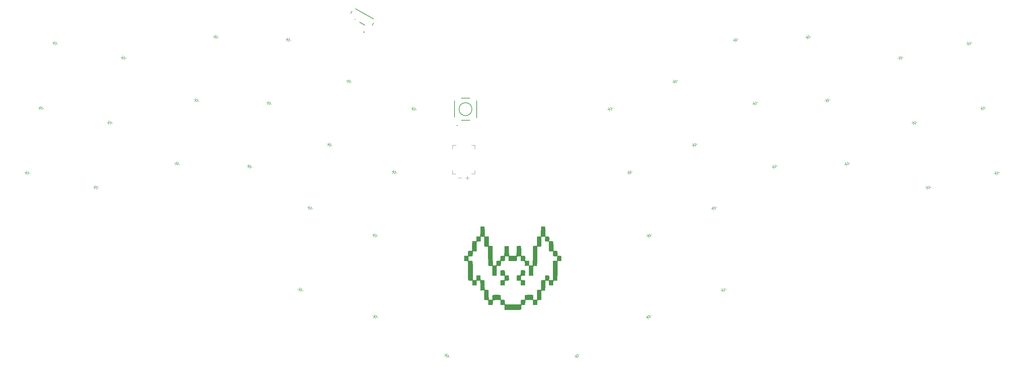
<source format=gbr>
%TF.GenerationSoftware,KiCad,Pcbnew,8.0.6*%
%TF.CreationDate,2025-05-14T19:15:18+02:00*%
%TF.ProjectId,main-rounded,6d61696e-2d72-46f7-956e-6465642e6b69,v1.0.0*%
%TF.SameCoordinates,Original*%
%TF.FileFunction,Legend,Top*%
%TF.FilePolarity,Positive*%
%FSLAX46Y46*%
G04 Gerber Fmt 4.6, Leading zero omitted, Abs format (unit mm)*
G04 Created by KiCad (PCBNEW 8.0.6) date 2025-05-14 19:15:18*
%MOMM*%
%LPD*%
G01*
G04 APERTURE LIST*
%ADD10C,0.000000*%
%ADD11C,0.100000*%
%ADD12C,0.127000*%
%ADD13C,0.200000*%
%ADD14C,0.120000*%
G04 APERTURE END LIST*
D10*
%TO.C,G\u002A\u002A\u002A*%
G36*
X182047984Y-147633243D02*
G01*
X182327643Y-147644478D01*
X182541189Y-147669865D01*
X182619484Y-147692973D01*
X182658606Y-147803368D01*
X182687226Y-148074220D01*
X182704771Y-148496943D01*
X182710667Y-149056663D01*
X182710667Y-150364000D01*
X183261000Y-150364000D01*
X183811333Y-150364000D01*
X183811333Y-151629960D01*
X183811333Y-152895920D01*
X184340500Y-152921126D01*
X184869667Y-152946333D01*
X184892035Y-155588958D01*
X184914403Y-158231583D01*
X185378868Y-158226035D01*
X185664310Y-158205859D01*
X185826931Y-158157689D01*
X185853072Y-158123410D01*
X185855566Y-157992033D01*
X185852225Y-157748501D01*
X185845362Y-157497167D01*
X185845937Y-157184888D01*
X185876584Y-157014008D01*
X185941457Y-156958551D01*
X186088703Y-156950782D01*
X186334767Y-156941702D01*
X186478333Y-156937385D01*
X186901667Y-156925667D01*
X186944000Y-156290667D01*
X186986333Y-155655667D01*
X187494333Y-155613333D01*
X188002333Y-155571000D01*
X188044667Y-154258667D01*
X188087000Y-152946333D01*
X188679667Y-152946333D01*
X189272333Y-152946333D01*
X189295663Y-154282501D01*
X189318993Y-155618670D01*
X190311663Y-155594835D01*
X191304333Y-155571000D01*
X191346667Y-154258667D01*
X191389000Y-152946333D01*
X191931624Y-152920777D01*
X192282430Y-152919868D01*
X192485124Y-152959250D01*
X192544160Y-153005444D01*
X192568895Y-153125604D01*
X192589966Y-153382170D01*
X192605662Y-153742225D01*
X192614270Y-154172854D01*
X192615370Y-154374984D01*
X192616667Y-155634302D01*
X193083661Y-155595575D01*
X193391115Y-155585607D01*
X193582343Y-155636488D01*
X193681233Y-155776470D01*
X193711673Y-156033803D01*
X193703550Y-156328675D01*
X193694278Y-156651462D01*
X193730151Y-156841864D01*
X193844678Y-156934807D01*
X194071366Y-156965217D01*
X194316925Y-156968000D01*
X194733333Y-156968000D01*
X194733333Y-157603508D01*
X194733333Y-158239016D01*
X195220167Y-158217341D01*
X195707000Y-158195667D01*
X195749333Y-155571000D01*
X195791667Y-152946333D01*
X196320833Y-152921126D01*
X196850000Y-152895920D01*
X196850000Y-151629960D01*
X196853760Y-151109789D01*
X196866050Y-150740563D01*
X196888384Y-150504039D01*
X196922276Y-150381975D01*
X196955833Y-150354596D01*
X197098125Y-150346864D01*
X197340693Y-150337797D01*
X197485000Y-150333430D01*
X197908333Y-150321667D01*
X197931650Y-148988166D01*
X197945340Y-148492278D01*
X197966515Y-148091126D01*
X197993444Y-147806653D01*
X198024396Y-147660805D01*
X198037483Y-147646200D01*
X198164938Y-147641276D01*
X198396992Y-147638223D01*
X198543333Y-147637733D01*
X198804999Y-147639323D01*
X198997099Y-147643368D01*
X199049183Y-147646200D01*
X199081258Y-147730608D01*
X199109999Y-147962397D01*
X199133678Y-148319623D01*
X199150562Y-148780341D01*
X199155017Y-148988166D01*
X199178333Y-150321667D01*
X199603856Y-150326108D01*
X199924087Y-150340795D01*
X200115504Y-150399208D01*
X200207916Y-150535233D01*
X200231130Y-150782757D01*
X200222723Y-151029628D01*
X200194333Y-151591667D01*
X200744667Y-151634000D01*
X201295000Y-151676333D01*
X201337333Y-152946333D01*
X201379667Y-154216333D01*
X201803000Y-154218991D01*
X202070575Y-154233051D01*
X202274137Y-154265801D01*
X202332167Y-154287488D01*
X202396083Y-154418472D01*
X202431137Y-154710075D01*
X202438000Y-154993814D01*
X202438000Y-155634302D01*
X202904994Y-155595575D01*
X203251463Y-155590194D01*
X203440694Y-155644404D01*
X203459194Y-155661926D01*
X203498714Y-155793819D01*
X203521285Y-156043001D01*
X203522496Y-156357891D01*
X203521367Y-156388668D01*
X203496333Y-157010333D01*
X202988333Y-157012035D01*
X202480333Y-157013736D01*
X202438000Y-159679035D01*
X202395667Y-162344333D01*
X201870129Y-162369446D01*
X201344592Y-162394558D01*
X201319796Y-163004446D01*
X201295000Y-163614333D01*
X200730383Y-163639211D01*
X200409623Y-163645031D01*
X200214729Y-163606749D01*
X200117289Y-163492727D01*
X200088889Y-163271326D01*
X200099756Y-162937000D01*
X200107117Y-162674686D01*
X200101310Y-162480822D01*
X200092974Y-162427443D01*
X199999581Y-162381491D01*
X199791048Y-162356750D01*
X199621300Y-162355833D01*
X199178333Y-162370446D01*
X199136000Y-163712056D01*
X199093667Y-165053667D01*
X198585667Y-165053667D01*
X198077667Y-165053667D01*
X198073533Y-166323667D01*
X198069399Y-167593667D01*
X197523199Y-167636000D01*
X196977000Y-167678333D01*
X196977000Y-168228667D01*
X196966980Y-168529836D01*
X196940858Y-168769152D01*
X196908503Y-168884833D01*
X196778447Y-168949467D01*
X196505104Y-168985017D01*
X196294670Y-168990667D01*
X195749333Y-168990667D01*
X195749333Y-168313333D01*
X195749333Y-167636000D01*
X194733333Y-167636000D01*
X193717333Y-167636000D01*
X193717333Y-168211733D01*
X193702481Y-168540592D01*
X193662532Y-168784540D01*
X193615733Y-168889066D01*
X193477771Y-168946849D01*
X193235823Y-168983653D01*
X193065400Y-168990667D01*
X192616667Y-168990667D01*
X192616667Y-169534075D01*
X192619882Y-169776637D01*
X192617087Y-169965630D01*
X192589625Y-170107691D01*
X192518834Y-170209457D01*
X192386055Y-170277563D01*
X192172630Y-170318648D01*
X191859899Y-170339346D01*
X191429202Y-170346295D01*
X190861880Y-170346132D01*
X190335719Y-170345333D01*
X189744688Y-170343224D01*
X189210217Y-170337285D01*
X188755432Y-170328102D01*
X188403458Y-170316257D01*
X188177423Y-170302335D01*
X188101111Y-170288889D01*
X188073528Y-170182117D01*
X188053421Y-169953305D01*
X188044752Y-169649710D01*
X188044667Y-169615595D01*
X188044667Y-168998747D01*
X187515500Y-168973540D01*
X186986333Y-168948333D01*
X186961557Y-168289511D01*
X186936781Y-167630688D01*
X185945557Y-167654511D01*
X184954333Y-167678333D01*
X184912000Y-168313333D01*
X184869667Y-168948333D01*
X184277000Y-168948333D01*
X183684333Y-168948333D01*
X183680432Y-168313333D01*
X183676531Y-167678333D01*
X183108932Y-167653298D01*
X182541333Y-167628263D01*
X182541333Y-166324462D01*
X182541333Y-165020661D01*
X182054500Y-165037164D01*
X181567667Y-165053667D01*
X181525333Y-163701590D01*
X181483000Y-162349513D01*
X181017333Y-162357963D01*
X180551667Y-162366413D01*
X180526870Y-163015325D01*
X180502074Y-163664238D01*
X179934204Y-163639286D01*
X179366333Y-163614333D01*
X179341457Y-163000500D01*
X179316581Y-162386667D01*
X178822658Y-162386667D01*
X178507498Y-162367768D01*
X178295225Y-162316334D01*
X178239194Y-162278778D01*
X178209834Y-162154729D01*
X178187561Y-161862565D01*
X178172404Y-161403357D01*
X178164393Y-160778176D01*
X178163558Y-159988093D01*
X178165327Y-159611756D01*
X178167489Y-158804472D01*
X178163309Y-158142667D01*
X178152923Y-157631446D01*
X178136469Y-157275916D01*
X178114084Y-157081182D01*
X178096333Y-157043241D01*
X177967541Y-157035573D01*
X177734561Y-157026565D01*
X177588333Y-157022096D01*
X177165000Y-157010333D01*
X177140476Y-156315960D01*
X177121641Y-155782667D01*
X178325941Y-155782667D01*
X178339118Y-156354167D01*
X178352295Y-156925667D01*
X178786738Y-156934292D01*
X178983304Y-156934895D01*
X179139655Y-156939616D01*
X179260331Y-156965818D01*
X179349872Y-157030866D01*
X179412817Y-157152125D01*
X179453706Y-157346957D01*
X179477080Y-157632726D01*
X179487476Y-158026798D01*
X179489436Y-158546536D01*
X179487499Y-159209303D01*
X179486468Y-159610721D01*
X179481976Y-162175000D01*
X179949686Y-162200283D01*
X180417395Y-162225567D01*
X180442198Y-161565283D01*
X180467000Y-160905000D01*
X181017333Y-160905000D01*
X181567667Y-160905000D01*
X181592324Y-161557217D01*
X181616981Y-162209434D01*
X182142657Y-162234550D01*
X182668333Y-162259667D01*
X182691684Y-163546850D01*
X182715034Y-164834033D01*
X183242017Y-164859183D01*
X183769000Y-164884333D01*
X183792316Y-166217833D01*
X183815633Y-167551333D01*
X184279150Y-167551333D01*
X184742667Y-167551333D01*
X184742667Y-166969033D01*
X184760989Y-166580028D01*
X184816837Y-166348814D01*
X184860405Y-166289020D01*
X185013684Y-166241373D01*
X185332914Y-166215558D01*
X185818942Y-166211523D01*
X186024571Y-166215153D01*
X187071000Y-166239000D01*
X187095657Y-166891217D01*
X187120314Y-167543434D01*
X187645990Y-167568550D01*
X188171667Y-167593667D01*
X188196542Y-168207500D01*
X188221418Y-168821333D01*
X190330667Y-168821333D01*
X192439915Y-168821333D01*
X192464791Y-168207500D01*
X192489667Y-167593667D01*
X193015343Y-167568550D01*
X193541019Y-167543434D01*
X193565676Y-166891217D01*
X193590333Y-166239000D01*
X194712167Y-166215376D01*
X195191515Y-166209148D01*
X195523022Y-166215117D01*
X195727846Y-166234864D01*
X195827147Y-166269972D01*
X195844989Y-166300042D01*
X195852188Y-166436897D01*
X195860047Y-166686176D01*
X195866156Y-166958667D01*
X195876333Y-167509000D01*
X196360995Y-167534327D01*
X196845658Y-167559654D01*
X196868995Y-166221994D01*
X196892333Y-164884333D01*
X197419316Y-164859183D01*
X197946299Y-164834033D01*
X197969649Y-163546850D01*
X197993000Y-162259667D01*
X198518676Y-162234550D01*
X199044352Y-162209434D01*
X199069009Y-161557217D01*
X199093667Y-160905000D01*
X199558310Y-160890184D01*
X199891751Y-160895259D01*
X200096366Y-160956649D01*
X200199749Y-161104665D01*
X200229497Y-161369614D01*
X200222383Y-161619579D01*
X200194333Y-162175000D01*
X200681167Y-162200392D01*
X201168000Y-162225784D01*
X201168000Y-159600760D01*
X201168000Y-156975737D01*
X201739500Y-156950702D01*
X202311000Y-156925667D01*
X202336080Y-156354167D01*
X202361160Y-155782667D01*
X201866180Y-155782667D01*
X201580355Y-155766195D01*
X201358034Y-155723650D01*
X201269600Y-155681067D01*
X201214187Y-155541493D01*
X201178187Y-155279116D01*
X201168000Y-155003733D01*
X201168000Y-154428000D01*
X200669178Y-154428000D01*
X200388699Y-154422609D01*
X200232274Y-154393841D01*
X200154687Y-154322806D01*
X200111859Y-154195167D01*
X200090019Y-154019828D01*
X200074714Y-153718704D01*
X200067431Y-153335266D01*
X200069109Y-152946333D01*
X200074561Y-152540135D01*
X200077683Y-152190550D01*
X200078240Y-151935474D01*
X200076095Y-151814016D01*
X200027774Y-151747493D01*
X199875323Y-151723692D01*
X199598071Y-151736613D01*
X199298239Y-151744362D01*
X199111647Y-151712799D01*
X199072359Y-151684190D01*
X199046930Y-151557816D01*
X199035150Y-151315683D01*
X199039265Y-151020759D01*
X199062622Y-150448667D01*
X198551248Y-150448667D01*
X198039874Y-150448667D01*
X198063811Y-151655167D01*
X198067662Y-152100558D01*
X198061772Y-152493369D01*
X198047351Y-152798542D01*
X198025608Y-152981022D01*
X198017095Y-153008212D01*
X197944201Y-153093205D01*
X197804671Y-153126780D01*
X197552724Y-153118057D01*
X197492444Y-153112750D01*
X197214062Y-153097841D01*
X197060302Y-153123734D01*
X196989757Y-153197956D01*
X196987070Y-153204622D01*
X196974164Y-153321001D01*
X196962931Y-153584134D01*
X196953755Y-153971446D01*
X196947024Y-154460363D01*
X196943121Y-155028311D01*
X196942433Y-155652714D01*
X196942764Y-155799734D01*
X196944787Y-156538538D01*
X196943734Y-157124959D01*
X196935994Y-157575951D01*
X196917954Y-157908463D01*
X196886002Y-158139446D01*
X196836526Y-158285853D01*
X196765914Y-158364633D01*
X196670554Y-158392737D01*
X196546834Y-158387118D01*
X196396037Y-158365439D01*
X196194405Y-158343894D01*
X196047773Y-158361675D01*
X195947410Y-158440643D01*
X195884583Y-158602654D01*
X195850561Y-158869566D01*
X195836612Y-159263239D01*
X195834000Y-159772367D01*
X195834000Y-161032000D01*
X195241333Y-161032000D01*
X194648667Y-161032000D01*
X194648667Y-159679968D01*
X194648667Y-158327937D01*
X194119500Y-158346468D01*
X193590333Y-158365000D01*
X193548000Y-157696081D01*
X193505667Y-157027161D01*
X192997667Y-157018747D01*
X192489667Y-157010333D01*
X192464708Y-156392388D01*
X192439749Y-155774442D01*
X191956708Y-155799721D01*
X191473667Y-155825000D01*
X191494657Y-156370445D01*
X191490365Y-156739765D01*
X191442758Y-156945459D01*
X191409990Y-156982982D01*
X191284629Y-157010177D01*
X191032857Y-157030699D01*
X190697482Y-157044181D01*
X190321310Y-157050256D01*
X189947145Y-157048556D01*
X189617795Y-157038713D01*
X189376066Y-157020361D01*
X189279258Y-157001275D01*
X189205825Y-156934477D01*
X189163989Y-156781706D01*
X189146839Y-156509021D01*
X189145333Y-156343500D01*
X189145333Y-155737118D01*
X188700833Y-155751644D01*
X188256333Y-155766171D01*
X188230869Y-156343578D01*
X188203287Y-156655525D01*
X188156321Y-156886760D01*
X188103869Y-156988477D01*
X187958498Y-157029677D01*
X187725629Y-157047078D01*
X187663667Y-157046466D01*
X187420055Y-157042200D01*
X187242815Y-157043591D01*
X187219167Y-157044815D01*
X187156427Y-157117450D01*
X187122056Y-157332831D01*
X187113333Y-157634966D01*
X187097984Y-158009406D01*
X187038444Y-158241287D01*
X186914469Y-158355682D01*
X186705818Y-158377662D01*
X186530588Y-158356766D01*
X186316092Y-158330294D01*
X186159585Y-158344030D01*
X186051957Y-158419436D01*
X185984095Y-158577975D01*
X185946889Y-158841110D01*
X185931228Y-159230303D01*
X185928000Y-159767017D01*
X185928000Y-159776235D01*
X185928000Y-161039737D01*
X185356500Y-161014702D01*
X184785000Y-160989667D01*
X184769428Y-159677333D01*
X184753856Y-158365000D01*
X184290727Y-158383475D01*
X183958438Y-158373631D01*
X183762555Y-158315070D01*
X183736081Y-158291677D01*
X183705241Y-158167932D01*
X183678696Y-157878399D01*
X183656595Y-157426572D01*
X183639090Y-156815945D01*
X183626331Y-156050012D01*
X183622115Y-155648535D01*
X183599667Y-153115667D01*
X183176333Y-153109220D01*
X182908706Y-153102654D01*
X182705134Y-153093221D01*
X182647167Y-153088053D01*
X182604318Y-153036934D01*
X182573757Y-152885343D01*
X182554046Y-152615290D01*
X182543753Y-152208785D01*
X182541333Y-151761000D01*
X182541333Y-150448667D01*
X182075667Y-150448667D01*
X181610000Y-150448667D01*
X181610000Y-151079626D01*
X181610000Y-151710586D01*
X181080833Y-151735793D01*
X180551667Y-151761000D01*
X180528350Y-153094500D01*
X180505033Y-154428000D01*
X179999183Y-154428000D01*
X179493333Y-154428000D01*
X179493333Y-155003733D01*
X179478481Y-155332592D01*
X179438532Y-155576540D01*
X179391733Y-155681067D01*
X179255556Y-155737017D01*
X179011942Y-155773918D01*
X178808037Y-155782667D01*
X178325941Y-155782667D01*
X177121641Y-155782667D01*
X177115952Y-155621588D01*
X177648476Y-155596294D01*
X178181000Y-155571000D01*
X178181000Y-154964854D01*
X178190264Y-154656232D01*
X178214636Y-154415051D01*
X178248986Y-154290540D01*
X178251577Y-154287521D01*
X178369430Y-154248474D01*
X178599153Y-154222617D01*
X178801910Y-154216333D01*
X179281667Y-154216333D01*
X179305038Y-152925166D01*
X179328410Y-151634000D01*
X179872977Y-151634000D01*
X180417544Y-151634000D01*
X180442272Y-150979349D01*
X180467000Y-150324699D01*
X180975000Y-150323183D01*
X181483000Y-150321667D01*
X181525333Y-148975766D01*
X181567667Y-147629866D01*
X182047984Y-147633243D01*
G37*
G36*
X188025687Y-159539033D02*
G01*
X188135895Y-159622248D01*
X188193222Y-159795171D01*
X188220509Y-160086897D01*
X188234540Y-160390580D01*
X188256333Y-160892160D01*
X188764333Y-160898580D01*
X189272333Y-160905000D01*
X189296884Y-161601037D01*
X189306639Y-161960765D01*
X189284128Y-162186021D01*
X189198082Y-162311093D01*
X189017230Y-162370268D01*
X188710302Y-162397835D01*
X188562141Y-162406672D01*
X188190616Y-162429000D01*
X188181141Y-163021667D01*
X188171667Y-163614333D01*
X187554348Y-163639279D01*
X186937029Y-163664226D01*
X186961681Y-162961946D01*
X186986333Y-162259667D01*
X187515500Y-162234460D01*
X188044667Y-162209253D01*
X188044667Y-161620626D01*
X188044667Y-161032000D01*
X187491037Y-161032000D01*
X186937407Y-161032000D01*
X186961870Y-160291167D01*
X186986333Y-159550333D01*
X187555264Y-159525357D01*
X187839756Y-159516433D01*
X188025687Y-159539033D01*
G37*
G36*
X193352714Y-159522183D02*
G01*
X193552990Y-159584589D01*
X193662426Y-159725004D01*
X193703925Y-159973212D01*
X193700393Y-160358999D01*
X193700034Y-160368002D01*
X193675000Y-160989667D01*
X193128499Y-161032000D01*
X192581999Y-161074333D01*
X192576348Y-161642406D01*
X192570698Y-162210478D01*
X193122849Y-162235072D01*
X193675000Y-162259667D01*
X193675000Y-162937000D01*
X193675000Y-163614333D01*
X193061167Y-163639209D01*
X192447333Y-163664085D01*
X192447333Y-163029416D01*
X192447333Y-162394747D01*
X191918167Y-162369540D01*
X191389000Y-162344333D01*
X191364449Y-161648296D01*
X191354616Y-161306132D01*
X191361064Y-161096389D01*
X191393207Y-160982294D01*
X191460455Y-160927076D01*
X191556513Y-160897891D01*
X191814530Y-160871724D01*
X191999031Y-160886708D01*
X192223660Y-160910196D01*
X192358632Y-160856190D01*
X192425729Y-160696681D01*
X192446732Y-160403659D01*
X192447333Y-160310199D01*
X192453397Y-159937979D01*
X192487161Y-159703348D01*
X192571987Y-159574615D01*
X192731235Y-159520093D01*
X192988264Y-159508092D01*
X193038691Y-159508000D01*
X193352714Y-159522183D01*
G37*
D11*
%TO.C,D14*%
X139905235Y-125177872D02*
X140287757Y-125294821D01*
X140287757Y-125294821D02*
X140126953Y-125820789D01*
X140287757Y-125294821D02*
X140448562Y-124768853D01*
X140287757Y-125294821D02*
X140978489Y-125087722D01*
X140744592Y-125852766D02*
X140287757Y-125294821D01*
X140861540Y-125470244D02*
X141339693Y-125616430D01*
X140978489Y-125087722D02*
X140744592Y-125852766D01*
%TO.C,D18*%
X162752973Y-115432059D02*
X163135495Y-115549008D01*
X163135495Y-115549008D02*
X162974691Y-116074976D01*
X163135495Y-115549008D02*
X163296300Y-115023040D01*
X163135495Y-115549008D02*
X163826227Y-115341909D01*
X163592330Y-116106953D02*
X163135495Y-115549008D01*
X163709278Y-115724431D02*
X164187431Y-115870617D01*
X163826227Y-115341909D02*
X163592330Y-116106953D01*
%TO.C,D32*%
X255264792Y-114323540D02*
X255647314Y-114206591D01*
X255647314Y-114206591D02*
X255486510Y-113680623D01*
X255647314Y-114206591D02*
X255808119Y-114732559D01*
X255647314Y-114206591D02*
X256104149Y-113648646D01*
X256104149Y-113648646D02*
X256338046Y-114413690D01*
X256221097Y-114031168D02*
X256699250Y-113884982D01*
X256338046Y-114413690D02*
X255647314Y-114206591D01*
%TO.C,D31*%
X260527483Y-131537025D02*
X260910005Y-131420076D01*
X260910005Y-131420076D02*
X260749201Y-130894108D01*
X260910005Y-131420076D02*
X261070810Y-131946044D01*
X260910005Y-131420076D02*
X261366840Y-130862131D01*
X261366840Y-130862131D02*
X261600737Y-131627175D01*
X261483788Y-131244653D02*
X261961941Y-131098467D01*
X261600737Y-131627175D02*
X260910005Y-131420076D01*
%TO.C,D11*%
X123489675Y-113884982D02*
X123872197Y-114001931D01*
X123872197Y-114001931D02*
X123711393Y-114527899D01*
X123872197Y-114001931D02*
X124033002Y-113475963D01*
X123872197Y-114001931D02*
X124562929Y-113794832D01*
X124329032Y-114559876D02*
X123872197Y-114001931D01*
X124445980Y-114177354D02*
X124924133Y-114323540D01*
X124562929Y-113794832D02*
X124329032Y-114559876D01*
%TO.C,D34*%
X244111923Y-142829916D02*
X244494445Y-142712967D01*
X244494445Y-142712967D02*
X244333641Y-142186999D01*
X244494445Y-142712967D02*
X244655250Y-143238935D01*
X244494445Y-142712967D02*
X244951280Y-142155022D01*
X244951280Y-142155022D02*
X245185177Y-142920066D01*
X245068228Y-142537544D02*
X245546381Y-142391358D01*
X245185177Y-142920066D02*
X244494445Y-142712967D01*
%TO.C,D6*%
X84063704Y-101643089D02*
X84454963Y-101726254D01*
X84454963Y-101726254D02*
X84340612Y-102264235D01*
X84454963Y-101726254D02*
X84569315Y-101188273D01*
X84454963Y-101726254D02*
X85125017Y-101459742D01*
X84958687Y-102242260D02*
X84454963Y-101726254D01*
X85041852Y-101851001D02*
X85530926Y-101954957D01*
X85125017Y-101459742D02*
X84958687Y-102242260D01*
%TO.C,D35*%
X238849232Y-125616430D02*
X239231754Y-125499481D01*
X239231754Y-125499481D02*
X239070950Y-124973513D01*
X239231754Y-125499481D02*
X239392559Y-126025449D01*
X239231754Y-125499481D02*
X239688589Y-124941536D01*
X239688589Y-124941536D02*
X239922486Y-125706580D01*
X239805537Y-125324058D02*
X240283690Y-125177872D01*
X239922486Y-125706580D02*
X239231754Y-125499481D01*
%TO.C,D7*%
X98595336Y-130324928D02*
X98977858Y-130441877D01*
X98977858Y-130441877D02*
X98817054Y-130967845D01*
X98977858Y-130441877D02*
X99138663Y-129915909D01*
X98977858Y-130441877D02*
X99668590Y-130234778D01*
X99434693Y-130999822D02*
X98977858Y-130441877D01*
X99551641Y-130617300D02*
X100029794Y-130763486D01*
X99668590Y-130234778D02*
X99434693Y-130999822D01*
%TO.C,D27*%
X294658000Y-101954957D02*
X295049259Y-101871792D01*
X295049259Y-101871792D02*
X294934908Y-101333811D01*
X295049259Y-101871792D02*
X295163611Y-102409773D01*
X295049259Y-101871792D02*
X295552983Y-101355786D01*
X295552983Y-101355786D02*
X295719313Y-102138304D01*
X295636148Y-101747045D02*
X296125222Y-101643089D01*
X295719313Y-102138304D02*
X295049259Y-101871792D01*
%TO.C,D5*%
X80321293Y-119249746D02*
X80712552Y-119332911D01*
X80712552Y-119332911D02*
X80598201Y-119870892D01*
X80712552Y-119332911D02*
X80826904Y-118794930D01*
X80712552Y-119332911D02*
X81382606Y-119066399D01*
X81216276Y-119848917D02*
X80712552Y-119332911D01*
X81299441Y-119457658D02*
X81788515Y-119561614D01*
X81382606Y-119066399D02*
X81216276Y-119848917D01*
%TO.C,D33*%
X250002101Y-97110054D02*
X250384623Y-96993105D01*
X250384623Y-96993105D02*
X250223819Y-96467137D01*
X250384623Y-96993105D02*
X250545428Y-97519073D01*
X250384623Y-96993105D02*
X250841458Y-96435160D01*
X250841458Y-96435160D02*
X251075355Y-97200204D01*
X250958406Y-96817682D02*
X251436559Y-96671496D01*
X251075355Y-97200204D02*
X250384623Y-96993105D01*
%TO.C,D3*%
X65478899Y-97692767D02*
X65870158Y-97775932D01*
X65870158Y-97775932D02*
X65755807Y-98313913D01*
X65870158Y-97775932D02*
X65984510Y-97237951D01*
X65870158Y-97775932D02*
X66540212Y-97509420D01*
X66373882Y-98291938D02*
X65870158Y-97775932D01*
X66457047Y-97900679D02*
X66946121Y-98004635D01*
X66540212Y-97509420D02*
X66373882Y-98291938D01*
%TO.C,D22*%
X320727625Y-133217948D02*
X321118884Y-133134783D01*
X321118884Y-133134783D02*
X321004533Y-132596802D01*
X321118884Y-133134783D02*
X321233236Y-133672764D01*
X321118884Y-133134783D02*
X321622608Y-132618777D01*
X321622608Y-132618777D02*
X321788938Y-133401295D01*
X321705773Y-133010036D02*
X322194847Y-132906080D01*
X321788938Y-133401295D02*
X321118884Y-133134783D01*
%TO.C,D40*%
X246718881Y-165038107D02*
X247101403Y-164921158D01*
X247101403Y-164921158D02*
X246940599Y-164395190D01*
X247101403Y-164921158D02*
X247262208Y-165447126D01*
X247101403Y-164921158D02*
X247558238Y-164363213D01*
X247558238Y-164363213D02*
X247792135Y-165128257D01*
X247675186Y-164745735D02*
X248153339Y-164599549D01*
X247792135Y-165128257D02*
X247101403Y-164921158D01*
%TO.C,D25*%
X302142821Y-137168271D02*
X302534080Y-137085106D01*
X302534080Y-137085106D02*
X302419729Y-136547125D01*
X302534080Y-137085106D02*
X302648432Y-137623087D01*
X302534080Y-137085106D02*
X303037804Y-136569100D01*
X303037804Y-136569100D02*
X303204134Y-137351618D01*
X303120969Y-136960359D02*
X303610043Y-136856403D01*
X303204134Y-137351618D02*
X302534080Y-137085106D01*
%TO.C,D15*%
X145167926Y-107964387D02*
X145550448Y-108081336D01*
X145550448Y-108081336D02*
X145389644Y-108607304D01*
X145550448Y-108081336D02*
X145711253Y-107555368D01*
X145550448Y-108081336D02*
X146241180Y-107874237D01*
X146007283Y-108639281D02*
X145550448Y-108081336D01*
X146124231Y-108256759D02*
X146602384Y-108402945D01*
X146241180Y-107874237D02*
X146007283Y-108639281D01*
%TO.C,D17*%
X157490282Y-132645544D02*
X157872804Y-132762493D01*
X157872804Y-132762493D02*
X157712000Y-133288461D01*
X157872804Y-132762493D02*
X158033609Y-132236525D01*
X157872804Y-132762493D02*
X158563536Y-132555394D01*
X158329639Y-133320438D02*
X157872804Y-132762493D01*
X158446587Y-132937916D02*
X158924740Y-133084102D01*
X158563536Y-132555394D02*
X158329639Y-133320438D01*
%TO.C,D13*%
X134642545Y-142391358D02*
X135025067Y-142508307D01*
X135025067Y-142508307D02*
X134864263Y-143034275D01*
X135025067Y-142508307D02*
X135185872Y-141982339D01*
X135025067Y-142508307D02*
X135715799Y-142301208D01*
X135481902Y-143066252D02*
X135025067Y-142508307D01*
X135598850Y-142683730D02*
X136077003Y-142829916D01*
X135715799Y-142301208D02*
X135481902Y-143066252D01*
D12*
%TO.C,REF\u002A\u002A*%
X146754253Y-89043531D02*
X146385796Y-89708244D01*
X147627788Y-91448576D02*
X147487849Y-91371007D01*
X147655079Y-88490985D02*
X152605427Y-91235006D01*
X150251647Y-92903007D02*
X148799780Y-92098220D01*
X152614204Y-92291756D02*
X152245747Y-92956469D01*
D13*
X150064985Y-94802143D02*
G75*
G02*
X149864985Y-94802143I-100000J0D01*
G01*
X149864985Y-94802143D02*
G75*
G02*
X150064985Y-94802143I100000J0D01*
G01*
D11*
%TO.C,D2*%
X61736489Y-115299424D02*
X62127748Y-115382589D01*
X62127748Y-115382589D02*
X62013397Y-115920570D01*
X62127748Y-115382589D02*
X62242100Y-114844608D01*
X62127748Y-115382589D02*
X62797802Y-115116077D01*
X62631472Y-115898595D02*
X62127748Y-115382589D01*
X62714637Y-115507336D02*
X63203711Y-115611292D01*
X62797802Y-115116077D02*
X62631472Y-115898595D01*
%TO.C,D39*%
X216001494Y-115870617D02*
X216384016Y-115753668D01*
X216384016Y-115753668D02*
X216223212Y-115227700D01*
X216384016Y-115753668D02*
X216544821Y-116279636D01*
X216384016Y-115753668D02*
X216840851Y-115195723D01*
X216840851Y-115195723D02*
X217074748Y-115960767D01*
X216957799Y-115578245D02*
X217435952Y-115432059D01*
X217074748Y-115960767D02*
X216384016Y-115753668D01*
%TO.C,D21*%
X171852364Y-182296173D02*
X172171819Y-182536899D01*
X172171819Y-182536899D02*
X171840820Y-182976148D01*
X172171819Y-182536899D02*
X172502817Y-182097649D01*
X172171819Y-182536899D02*
X172891726Y-182578534D01*
X172410274Y-183217442D02*
X172171819Y-182536899D01*
X172651000Y-182897988D02*
X173050318Y-183198895D01*
X172891726Y-182578534D02*
X172410274Y-183217442D01*
%TO.C,D26*%
X298400410Y-119561614D02*
X298791669Y-119478449D01*
X298791669Y-119478449D02*
X298677318Y-118940468D01*
X298791669Y-119478449D02*
X298906021Y-120016430D01*
X298791669Y-119478449D02*
X299295393Y-118962443D01*
X299295393Y-118962443D02*
X299461723Y-119744961D01*
X299378558Y-119353702D02*
X299867632Y-119249746D01*
X299461723Y-119744961D02*
X298791669Y-119478449D01*
%TO.C,D38*%
X221264185Y-133084102D02*
X221646707Y-132967153D01*
X221646707Y-132967153D02*
X221485903Y-132441185D01*
X221646707Y-132967153D02*
X221807512Y-133493121D01*
X221646707Y-132967153D02*
X222103542Y-132409208D01*
X222103542Y-132409208D02*
X222337439Y-133174252D01*
X222220490Y-132791730D02*
X222698643Y-132645544D01*
X222337439Y-133174252D02*
X221646707Y-132967153D01*
%TO.C,D19*%
X132035586Y-164599549D02*
X132418108Y-164716498D01*
X132418108Y-164716498D02*
X132257304Y-165242466D01*
X132418108Y-164716498D02*
X132578913Y-164190530D01*
X132418108Y-164716498D02*
X133108840Y-164509399D01*
X132874943Y-165274443D02*
X132418108Y-164716498D01*
X132991891Y-164891921D02*
X133470044Y-165038107D01*
X133108840Y-164509399D02*
X132874943Y-165274443D01*
%TO.C,D10*%
X118226984Y-131098467D02*
X118609506Y-131215416D01*
X118609506Y-131215416D02*
X118448702Y-131741384D01*
X118609506Y-131215416D02*
X118770311Y-130689448D01*
X118609506Y-131215416D02*
X119300238Y-131008317D01*
X119066341Y-131773361D02*
X118609506Y-131215416D01*
X119183289Y-131390839D02*
X119661442Y-131537025D01*
X119300238Y-131008317D02*
X119066341Y-131773361D01*
%TO.C,D9*%
X109120717Y-95897957D02*
X109503239Y-96014906D01*
X109503239Y-96014906D02*
X109342435Y-96540874D01*
X109503239Y-96014906D02*
X109664044Y-95488938D01*
X109503239Y-96014906D02*
X110193971Y-95807807D01*
X109960074Y-96572851D02*
X109503239Y-96014906D01*
X110077022Y-96190329D02*
X110555175Y-96336515D01*
X110193971Y-95807807D02*
X109960074Y-96572851D01*
%TO.C,D12*%
X128752366Y-96671496D02*
X129134888Y-96788445D01*
X129134888Y-96788445D02*
X128974084Y-97314413D01*
X129134888Y-96788445D02*
X129295693Y-96262477D01*
X129134888Y-96788445D02*
X129825620Y-96581346D01*
X129591723Y-97346390D02*
X129134888Y-96788445D01*
X129708671Y-96963868D02*
X130186824Y-97110054D01*
X129825620Y-96581346D02*
X129591723Y-97346390D01*
%TO.C,D4*%
X76578883Y-136856403D02*
X76970142Y-136939568D01*
X76970142Y-136939568D02*
X76855791Y-137477549D01*
X76970142Y-136939568D02*
X77084494Y-136401587D01*
X76970142Y-136939568D02*
X77640196Y-136673056D01*
X77473866Y-137455574D02*
X76970142Y-136939568D01*
X77557031Y-137064315D02*
X78046105Y-137168271D01*
X77640196Y-136673056D02*
X77473866Y-137455574D01*
%TO.C,D8*%
X103858026Y-113111443D02*
X104240548Y-113228392D01*
X104240548Y-113228392D02*
X104079744Y-113754360D01*
X104240548Y-113228392D02*
X104401353Y-112702424D01*
X104240548Y-113228392D02*
X104931280Y-113021293D01*
X104697383Y-113786337D02*
X104240548Y-113228392D01*
X104814331Y-113403815D02*
X105292484Y-113550001D01*
X104931280Y-113021293D02*
X104697383Y-113786337D01*
%TO.C,D30*%
X269633750Y-96336515D02*
X270016272Y-96219566D01*
X270016272Y-96219566D02*
X269855468Y-95693598D01*
X270016272Y-96219566D02*
X270177077Y-96745534D01*
X270016272Y-96219566D02*
X270473107Y-95661621D01*
X270473107Y-95661621D02*
X270707004Y-96426665D01*
X270590055Y-96044143D02*
X271068208Y-95897957D01*
X270707004Y-96426665D02*
X270016272Y-96219566D01*
D14*
%TO.C,JST1*%
X173940000Y-125540000D02*
X173940000Y-126540000D01*
X173940000Y-133360000D02*
X173940000Y-132360000D01*
X174860000Y-133360000D02*
X173940000Y-133360000D01*
X174940000Y-125540000D02*
X173940000Y-125540000D01*
D11*
X175500000Y-134400000D02*
X176500000Y-134400000D01*
X178000000Y-133900000D02*
X178000000Y-134900000D01*
X178500000Y-134400000D02*
X177500000Y-134400000D01*
D14*
X179140000Y-125540000D02*
X180060000Y-125540000D01*
X179140000Y-133360000D02*
X180060000Y-133360000D01*
X180060000Y-125540000D02*
X180060000Y-126540000D01*
X180060000Y-133360000D02*
X180060000Y-132360000D01*
D11*
%TO.C,D42*%
X207138607Y-183198895D02*
X207458062Y-182958169D01*
X207458062Y-182958169D02*
X207127063Y-182518920D01*
X207458062Y-182958169D02*
X207696517Y-182277626D01*
X207458062Y-182958169D02*
X207789060Y-183397419D01*
X207696517Y-182277626D02*
X208177969Y-182916534D01*
X207937243Y-182597080D02*
X208336561Y-182296173D01*
X208177969Y-182916534D02*
X207458062Y-182958169D01*
%TO.C,D1*%
X57994078Y-132906080D02*
X58385337Y-132989245D01*
X58385337Y-132989245D02*
X58270986Y-133527226D01*
X58385337Y-132989245D02*
X58499689Y-132451264D01*
X58385337Y-132989245D02*
X59055391Y-132722733D01*
X58889061Y-133505251D02*
X58385337Y-132989245D01*
X58972226Y-133113992D02*
X59461300Y-133217948D01*
X59055391Y-132722733D02*
X58889061Y-133505251D01*
%TO.C,D28*%
X280159132Y-130763486D02*
X280541654Y-130646537D01*
X280541654Y-130646537D02*
X280380850Y-130120569D01*
X280541654Y-130646537D02*
X280702459Y-131172505D01*
X280541654Y-130646537D02*
X280998489Y-130088592D01*
X280998489Y-130088592D02*
X281232386Y-130853636D01*
X281115437Y-130471114D02*
X281593590Y-130324928D01*
X281232386Y-130853636D02*
X280541654Y-130646537D01*
%TO.C,D37*%
X226526876Y-150297588D02*
X226909398Y-150180639D01*
X226909398Y-150180639D02*
X226748594Y-149654671D01*
X226909398Y-150180639D02*
X227070203Y-150706607D01*
X226909398Y-150180639D02*
X227366233Y-149622694D01*
X227366233Y-149622694D02*
X227600130Y-150387738D01*
X227483181Y-150005216D02*
X227961334Y-149859030D01*
X227600130Y-150387738D02*
X226909398Y-150180639D01*
D12*
%TO.C,REF\u002A\u002A*%
X174505000Y-117950000D02*
X174505000Y-113450000D01*
X176350000Y-112750000D02*
X178650000Y-112750000D01*
X176350000Y-118745000D02*
X178650000Y-118745000D01*
X180495000Y-113450000D02*
X180495000Y-118050000D01*
D13*
X175350000Y-120195000D02*
G75*
G02*
X175150000Y-120195000I-100000J0D01*
G01*
X175150000Y-120195000D02*
G75*
G02*
X175350000Y-120195000I100000J0D01*
G01*
D12*
X179255000Y-115750000D02*
G75*
G02*
X175745000Y-115750000I-1755000J0D01*
G01*
X175745000Y-115750000D02*
G75*
G02*
X179255000Y-115750000I1755000J0D01*
G01*
D11*
%TO.C,D36*%
X233586541Y-108402945D02*
X233969063Y-108285996D01*
X233969063Y-108285996D02*
X233808259Y-107760028D01*
X233969063Y-108285996D02*
X234129868Y-108811964D01*
X233969063Y-108285996D02*
X234425898Y-107728051D01*
X234425898Y-107728051D02*
X234659795Y-108493095D01*
X234542846Y-108110573D02*
X235020999Y-107964387D01*
X234659795Y-108493095D02*
X233969063Y-108285996D01*
%TO.C,D24*%
X313242804Y-98004635D02*
X313634063Y-97921470D01*
X313634063Y-97921470D02*
X313519712Y-97383489D01*
X313634063Y-97921470D02*
X313748415Y-98459451D01*
X313634063Y-97921470D02*
X314137787Y-97405464D01*
X314137787Y-97405464D02*
X314304117Y-98187982D01*
X314220952Y-97796723D02*
X314710026Y-97692767D01*
X314304117Y-98187982D02*
X313634063Y-97921470D01*
%TO.C,D29*%
X274896441Y-113550001D02*
X275278963Y-113433052D01*
X275278963Y-113433052D02*
X275118159Y-112907084D01*
X275278963Y-113433052D02*
X275439768Y-113959020D01*
X275278963Y-113433052D02*
X275735798Y-112875107D01*
X275735798Y-112875107D02*
X275969695Y-113640151D01*
X275852746Y-113257629D02*
X276330899Y-113111443D01*
X275969695Y-113640151D02*
X275278963Y-113433052D01*
%TO.C,D23*%
X316985215Y-115611292D02*
X317376474Y-115528127D01*
X317376474Y-115528127D02*
X317262123Y-114990146D01*
X317376474Y-115528127D02*
X317490826Y-116066108D01*
X317376474Y-115528127D02*
X317880198Y-115012121D01*
X317880198Y-115012121D02*
X318046528Y-115794639D01*
X317963363Y-115403380D02*
X318452437Y-115299424D01*
X318046528Y-115794639D02*
X317376474Y-115528127D01*
%TO.C,D41*%
X226432477Y-172395426D02*
X226803351Y-172245583D01*
X226803351Y-172245583D02*
X226597317Y-171735632D01*
X226803351Y-172245583D02*
X227009384Y-172755534D01*
X226803351Y-172245583D02*
X227209818Y-171649946D01*
X227209818Y-171649946D02*
X227509504Y-172391693D01*
X227359661Y-172020819D02*
X227823253Y-171833516D01*
X227509504Y-172391693D02*
X226803351Y-172245583D01*
%TO.C,D16*%
X152227592Y-149859030D02*
X152610114Y-149975979D01*
X152610114Y-149975979D02*
X152449310Y-150501947D01*
X152610114Y-149975979D02*
X152770919Y-149450011D01*
X152610114Y-149975979D02*
X153300846Y-149768880D01*
X153066949Y-150533924D02*
X152610114Y-149975979D01*
X153183897Y-150151402D02*
X153662050Y-150297588D01*
X153300846Y-149768880D02*
X153066949Y-150533924D01*
%TO.C,D20*%
X152365672Y-171833516D02*
X152736546Y-171983359D01*
X152736546Y-171983359D02*
X152530512Y-172493310D01*
X152736546Y-171983359D02*
X152942579Y-171473408D01*
X152736546Y-171983359D02*
X153442699Y-171837249D01*
X153143013Y-172578996D02*
X152736546Y-171983359D01*
X153292856Y-172208123D02*
X153756448Y-172395426D01*
X153442699Y-171837249D02*
X153143013Y-172578996D01*
%TD*%
M02*

</source>
